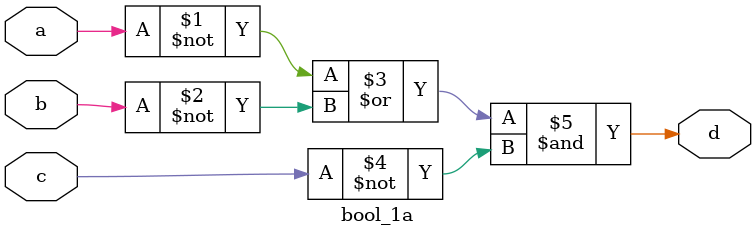
<source format=v>
`timescale 1ns / 1ps

module bool_1a(
    input a, b, c,
    output d
);

assign d = (~a|~b) & ~c;

endmodule

</source>
